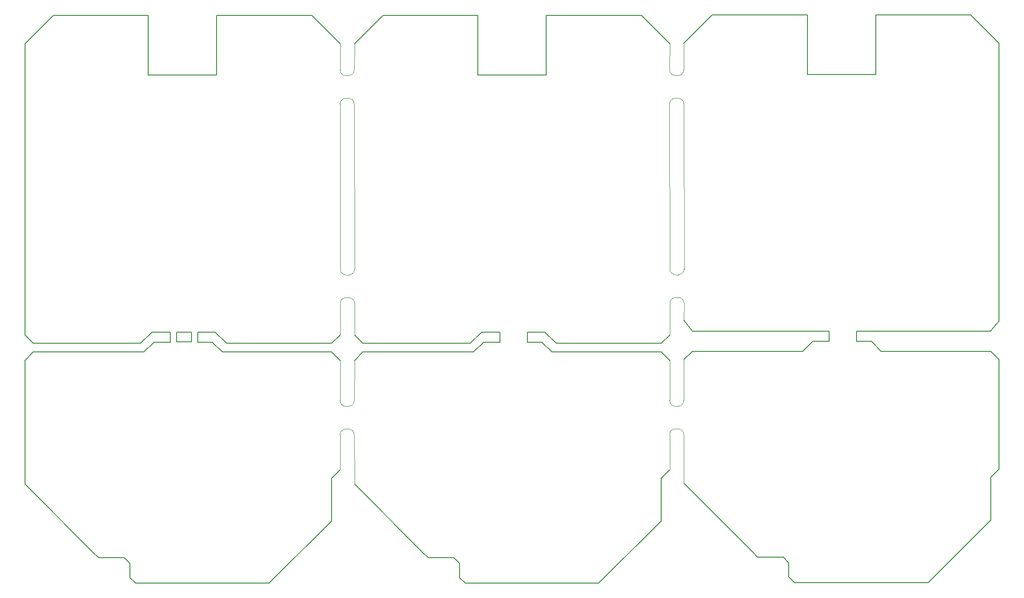
<source format=gbr>
%TF.GenerationSoftware,KiCad,Pcbnew,7.0.2-6a45011f42~172~ubuntu22.04.1*%
%TF.CreationDate,2023-05-30T10:36:55+01:00*%
%TF.ProjectId,panel-rbt-lac-gb-smd-1,70616e65-6c2d-4726-9274-2d6c61632d67,rev?*%
%TF.SameCoordinates,Original*%
%TF.FileFunction,Profile,NP*%
%FSLAX46Y46*%
G04 Gerber Fmt 4.6, Leading zero omitted, Abs format (unit mm)*
G04 Created by KiCad (PCBNEW 7.0.2-6a45011f42~172~ubuntu22.04.1) date 2023-05-30 10:36:55*
%MOMM*%
%LPD*%
G01*
G04 APERTURE LIST*
%TA.AperFunction,Profile*%
%ADD10C,0.100000*%
%TD*%
%TA.AperFunction,Profile*%
%ADD11C,0.150000*%
%TD*%
%TA.AperFunction,Profile*%
%ADD12C,0.080000*%
%TD*%
G04 APERTURE END LIST*
D10*
X112500003Y-73250003D02*
X112540000Y-68680000D01*
X115000000Y-73250000D02*
X115040000Y-68680000D01*
X115050000Y-108360000D02*
X114999997Y-79249997D01*
X112500000Y-79250000D02*
X112550003Y-108360003D01*
X112550000Y-114360000D02*
X112540000Y-119930000D01*
X115040000Y-119930000D02*
X115049997Y-114359997D01*
X115000000Y-131500000D02*
X115040000Y-124430000D01*
X112500003Y-131500003D02*
X112540000Y-124430000D01*
X112500000Y-137500000D02*
X112540000Y-143680000D01*
X115040000Y-146180000D02*
X114999997Y-137499997D01*
X172989997Y-137469997D02*
X172980000Y-146040000D01*
X170490000Y-137470000D02*
X170540000Y-143680000D01*
X172980000Y-124290000D02*
X172990000Y-131470000D01*
X170490003Y-131470003D02*
X170540000Y-124430000D01*
X173039997Y-114329997D02*
X173010000Y-117300000D01*
X170540000Y-119930000D02*
X170540000Y-114330000D01*
X170540003Y-108330003D02*
X170485000Y-79240000D01*
X172984997Y-79239997D02*
X173040000Y-108330000D01*
X172980000Y-68540000D02*
X172985000Y-73240000D01*
X170540000Y-68680000D02*
X170485003Y-73240003D01*
D11*
X87440000Y-119430000D02*
X90540000Y-119430000D01*
X79740000Y-121180000D02*
X82640000Y-121180000D01*
X70040000Y-159180000D02*
X69040000Y-158180000D01*
X57040000Y-146180000D02*
X57040000Y-132680000D01*
X77390000Y-121430000D02*
X58540000Y-121430000D01*
X87440000Y-121180000D02*
X90040000Y-121180000D01*
X90790000Y-74180000D02*
X90790000Y-63680000D01*
X69040000Y-158180000D02*
X57040000Y-146180000D01*
X57040000Y-68680000D02*
X57040000Y-119930000D01*
X111040000Y-152680000D02*
X100040000Y-163680000D01*
X75540000Y-162680000D02*
X75540000Y-160180000D01*
X91790000Y-122930000D02*
X106790000Y-122930000D01*
X90540000Y-119430000D02*
X92540000Y-121430000D01*
X107540000Y-63680000D02*
X112540000Y-68680000D01*
X111040000Y-121430000D02*
X112540000Y-119930000D01*
X111040000Y-145180000D02*
X112540000Y-143680000D01*
X58540000Y-121430000D02*
X57040000Y-119930000D01*
X82640000Y-119430000D02*
X82640000Y-121180000D01*
X79390000Y-119430000D02*
X77390000Y-121430000D01*
X57040000Y-68680000D02*
X62040000Y-63680000D01*
X78790000Y-74180000D02*
X90790000Y-74180000D01*
X78790000Y-63680000D02*
X62040000Y-63680000D01*
X112540000Y-124430000D02*
X111040000Y-122930000D01*
X77990000Y-122930000D02*
X59040000Y-122930000D01*
X76540000Y-163680000D02*
X100040000Y-163680000D01*
X58540000Y-121430000D02*
X58540000Y-121430000D01*
X79740000Y-121180000D02*
X77990000Y-122930000D01*
X111040000Y-145180000D02*
X111040000Y-152680000D01*
X78790000Y-63680000D02*
X78790000Y-74180000D01*
X76540000Y-163680000D02*
X75540000Y-162680000D01*
X75540000Y-160180000D02*
X74540000Y-159180000D01*
X83710000Y-119440000D02*
X86330000Y-119440000D01*
X86330000Y-121170000D01*
X83710000Y-121170000D01*
X83710000Y-119440000D01*
X57040000Y-124430000D02*
X57040000Y-132680000D01*
X90790000Y-63680000D02*
X107540000Y-63680000D01*
X74540000Y-159180000D02*
X70540000Y-159180000D01*
X87440000Y-119430000D02*
X87440000Y-121180000D01*
X111040000Y-122930000D02*
X106790000Y-122930000D01*
X58540000Y-122930000D02*
X57040000Y-124430000D01*
X90040000Y-121180000D02*
X91790000Y-122930000D01*
X70540000Y-159180000D02*
X70040000Y-159180000D01*
X79390000Y-119430000D02*
X82640000Y-119430000D01*
X92540000Y-121430000D02*
X111040000Y-121430000D01*
X59040000Y-122930000D02*
X58540000Y-122930000D01*
X137740000Y-121180000D02*
X140640000Y-121180000D01*
X128040000Y-159180000D02*
X127040000Y-158180000D01*
X135390000Y-121430000D02*
X116540000Y-121430000D01*
X145440000Y-121180000D02*
X148040000Y-121180000D01*
X148790000Y-74180000D02*
X148790000Y-63680000D01*
X127040000Y-158180000D02*
X115040000Y-146180000D01*
X169040000Y-152680000D02*
X158040000Y-163680000D01*
X133540000Y-162680000D02*
X133540000Y-160180000D01*
X149790000Y-122930000D02*
X164790000Y-122930000D01*
X148540000Y-119430000D02*
X150540000Y-121430000D01*
X165540000Y-63680000D02*
X170540000Y-68680000D01*
X169040000Y-121430000D02*
X170540000Y-119930000D01*
X169040000Y-145180000D02*
X170540000Y-143680000D01*
X116540000Y-121430000D02*
X115040000Y-119930000D01*
X140640000Y-119430000D02*
X140640000Y-121180000D01*
X137390000Y-119430000D02*
X135390000Y-121430000D01*
X115040000Y-68680000D02*
X120040000Y-63680000D01*
X136790000Y-74180000D02*
X148790000Y-74180000D01*
X136790000Y-63680000D02*
X120040000Y-63680000D01*
X170540000Y-124430000D02*
X169040000Y-122930000D01*
X135990000Y-122930000D02*
X117040000Y-122930000D01*
X134540000Y-163680000D02*
X158040000Y-163680000D01*
X116540000Y-121430000D02*
X116540000Y-121430000D01*
X137740000Y-121180000D02*
X135990000Y-122930000D01*
X169040000Y-145180000D02*
X169040000Y-152680000D01*
X136790000Y-63680000D02*
X136790000Y-74180000D01*
X134540000Y-163680000D02*
X133540000Y-162680000D01*
X133540000Y-160180000D02*
X132540000Y-159180000D01*
X145440000Y-119430000D02*
X148540000Y-119430000D01*
X148790000Y-63680000D02*
X165540000Y-63680000D01*
X132540000Y-159180000D02*
X128540000Y-159180000D01*
X145440000Y-119430000D02*
X145440000Y-121180000D01*
X169040000Y-122930000D02*
X164790000Y-122930000D01*
X116540000Y-122930000D02*
X115040000Y-124430000D01*
X148040000Y-121180000D02*
X149790000Y-122930000D01*
X128540000Y-159180000D02*
X128040000Y-159180000D01*
X137390000Y-119430000D02*
X140640000Y-119430000D01*
X150540000Y-121430000D02*
X169040000Y-121430000D01*
X117040000Y-122930000D02*
X116540000Y-122930000D01*
X203380000Y-119290000D02*
X226890000Y-119290000D01*
X195680000Y-121040000D02*
X198580000Y-121040000D01*
X185980000Y-159040000D02*
X184980000Y-158040000D01*
X228480000Y-117460000D02*
X226890000Y-119290000D01*
X203380000Y-121040000D02*
X205980000Y-121040000D01*
X206730000Y-74040000D02*
X206730000Y-63540000D01*
X184980000Y-158040000D02*
X172980000Y-146040000D01*
X226980000Y-152540000D02*
X215980000Y-163540000D01*
X191480000Y-162540000D02*
X191480000Y-160040000D01*
X207730000Y-122790000D02*
X222730000Y-122790000D01*
X223480000Y-63540000D02*
X228480000Y-68540000D01*
X226980000Y-145040000D02*
X228480000Y-143540000D01*
X198580000Y-119290000D02*
X198580000Y-121040000D01*
X172980000Y-68540000D02*
X177980000Y-63540000D01*
X228480000Y-96540000D02*
X228480000Y-68540000D01*
X194730000Y-74040000D02*
X206730000Y-74040000D01*
X194730000Y-63540000D02*
X177980000Y-63540000D01*
X228480000Y-124290000D02*
X226980000Y-122790000D01*
X173010000Y-117300000D02*
X174480000Y-119300000D01*
X193930000Y-122790000D02*
X174980000Y-122790000D01*
X192480000Y-163540000D02*
X215980000Y-163540000D01*
X195680000Y-121040000D02*
X193930000Y-122790000D01*
X226980000Y-145040000D02*
X226980000Y-152540000D01*
X228480000Y-117460000D02*
X228480000Y-96540000D01*
X194730000Y-63540000D02*
X194730000Y-74040000D01*
X192480000Y-163540000D02*
X191480000Y-162540000D01*
X191480000Y-160040000D02*
X190480000Y-159040000D01*
X206730000Y-63540000D02*
X223480000Y-63540000D01*
X190480000Y-159040000D02*
X186480000Y-159040000D01*
X203380000Y-119290000D02*
X203380000Y-121040000D01*
X226980000Y-122790000D02*
X222730000Y-122790000D01*
X174480000Y-122790000D02*
X172980000Y-124290000D01*
X205980000Y-121040000D02*
X207730000Y-122790000D01*
X228480000Y-143540000D02*
X228480000Y-124290000D01*
X186480000Y-159040000D02*
X185980000Y-159040000D01*
X174480000Y-119300000D02*
X198580000Y-119290000D01*
X174980000Y-122790000D02*
X174480000Y-122790000D01*
D12*
%TO.C,REF\u002A\u002A*%
X171540000Y-109330000D02*
X172040000Y-109330000D01*
X172040000Y-113330000D02*
X171540000Y-113330000D01*
X171539997Y-113330003D02*
G75*
G03*
X170540000Y-114330000I-1J-999996D01*
G01*
X170540003Y-108330003D02*
G75*
G03*
X171540000Y-109330000I999996J-1D01*
G01*
X173039997Y-114329997D02*
G75*
G03*
X172040000Y-113330000I-999996J1D01*
G01*
X172040003Y-109329997D02*
G75*
G03*
X173040000Y-108330000I1J999996D01*
G01*
X171985003Y-74239997D02*
G75*
G03*
X172985000Y-73240000I1J999996D01*
G01*
X172984997Y-79239997D02*
G75*
G03*
X171985000Y-78240000I-999996J1D01*
G01*
X170485003Y-73240003D02*
G75*
G03*
X171485000Y-74240000I999996J-1D01*
G01*
X171484997Y-78240003D02*
G75*
G03*
X170485000Y-79240000I-1J-999996D01*
G01*
X171985000Y-78240000D02*
X171485000Y-78240000D01*
X171485000Y-74240000D02*
X171985000Y-74240000D01*
X171490000Y-132470000D02*
X171990000Y-132470000D01*
X171990000Y-136470000D02*
X171490000Y-136470000D01*
X171489997Y-136470003D02*
G75*
G03*
X170490000Y-137470000I-1J-999996D01*
G01*
X170490003Y-131470003D02*
G75*
G03*
X171490000Y-132470000I999996J-1D01*
G01*
X172989997Y-137469997D02*
G75*
G03*
X171990000Y-136470000I-999996J1D01*
G01*
X171990003Y-132469997D02*
G75*
G03*
X172990000Y-131470000I1J999996D01*
G01*
X113500000Y-74250000D02*
X114000000Y-74250000D01*
X114000000Y-78250000D02*
X113500000Y-78250000D01*
X113499997Y-78250003D02*
G75*
G03*
X112500000Y-79250000I-1J-999996D01*
G01*
X112500003Y-73250003D02*
G75*
G03*
X113500000Y-74250000I999996J-1D01*
G01*
X114999997Y-79249997D02*
G75*
G03*
X114000000Y-78250000I-999996J1D01*
G01*
X114000003Y-74249997D02*
G75*
G03*
X115000000Y-73250000I1J999996D01*
G01*
X113500000Y-132500000D02*
X114000000Y-132500000D01*
X114000000Y-136500000D02*
X113500000Y-136500000D01*
X113499997Y-136500003D02*
G75*
G03*
X112500000Y-137500000I-1J-999996D01*
G01*
X112500003Y-131500003D02*
G75*
G03*
X113500000Y-132500000I999996J-1D01*
G01*
X114999997Y-137499997D02*
G75*
G03*
X114000000Y-136500000I-999996J1D01*
G01*
X114000003Y-132499997D02*
G75*
G03*
X115000000Y-131500000I1J999996D01*
G01*
X114050000Y-113360000D02*
X113550000Y-113360000D01*
X113550000Y-109360000D02*
X114050000Y-109360000D01*
X112550003Y-108360003D02*
G75*
G03*
X113550000Y-109360000I999997J0D01*
G01*
X114050003Y-109359997D02*
G75*
G03*
X115050000Y-108360000I0J999997D01*
G01*
X113549997Y-113360003D02*
G75*
G03*
X112550000Y-114360000I0J-999997D01*
G01*
X115049997Y-114359997D02*
G75*
G03*
X114050000Y-113360000I-999997J0D01*
G01*
%TD*%
M02*

</source>
